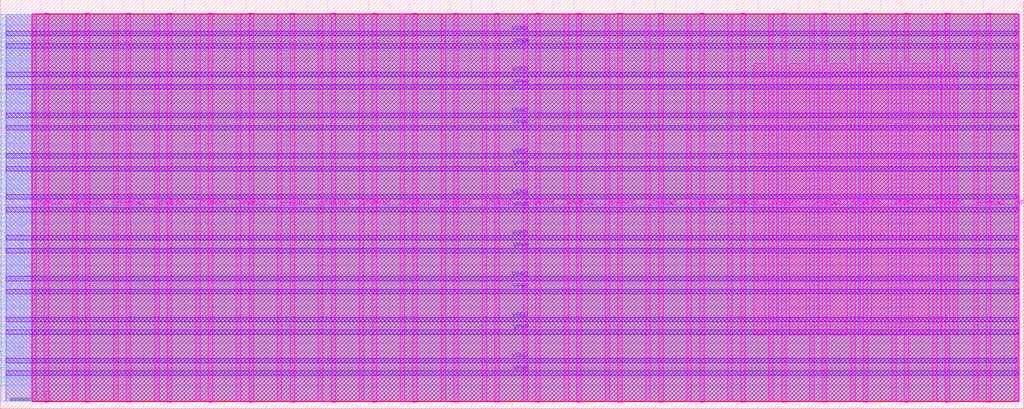
<source format=lef>
VERSION 5.7 ;
  NOWIREEXTENSIONATPIN ON ;
  DIVIDERCHAR "/" ;
  BUSBITCHARS "[]" ;
MACRO heichips25_pudding
  CLASS BLOCK ;
  FOREIGN heichips25_pudding ;
  ORIGIN 0.000 0.000 ;
  SIZE 500.000 BY 200.000 ;
  PIN VGND
    DIRECTION INOUT ;
    USE GROUND ;
    PORT
      LAYER TopMetal1 ;
        RECT 21.580 3.150 23.780 193.410 ;
    END
    PORT
      LAYER TopMetal1 ;
        RECT 41.580 3.150 43.780 193.410 ;
    END
    PORT
      LAYER TopMetal1 ;
        RECT 61.580 3.150 63.780 193.410 ;
    END
    PORT
      LAYER TopMetal1 ;
        RECT 81.580 3.150 83.780 193.410 ;
    END
    PORT
      LAYER TopMetal1 ;
        RECT 101.580 3.150 103.780 193.410 ;
    END
    PORT
      LAYER TopMetal1 ;
        RECT 121.580 3.150 123.780 193.410 ;
    END
    PORT
      LAYER TopMetal1 ;
        RECT 141.580 3.150 143.780 193.410 ;
    END
    PORT
      LAYER TopMetal1 ;
        RECT 161.580 3.150 163.780 193.410 ;
    END
    PORT
      LAYER TopMetal1 ;
        RECT 181.580 3.150 183.780 193.410 ;
    END
    PORT
      LAYER TopMetal1 ;
        RECT 201.580 3.150 203.780 193.410 ;
    END
    PORT
      LAYER TopMetal1 ;
        RECT 221.580 3.150 223.780 193.410 ;
    END
    PORT
      LAYER TopMetal1 ;
        RECT 241.580 3.150 243.780 193.410 ;
    END
    PORT
      LAYER TopMetal1 ;
        RECT 261.580 3.150 263.780 193.410 ;
    END
    PORT
      LAYER TopMetal1 ;
        RECT 281.580 3.150 283.780 193.410 ;
    END
    PORT
      LAYER TopMetal1 ;
        RECT 301.580 3.150 303.780 193.410 ;
    END
    PORT
      LAYER TopMetal1 ;
        RECT 321.580 3.150 323.780 193.410 ;
    END
    PORT
      LAYER TopMetal1 ;
        RECT 341.580 3.150 343.780 193.410 ;
    END
    PORT
      LAYER TopMetal1 ;
        RECT 361.580 3.150 363.780 193.410 ;
    END
    PORT
      LAYER TopMetal1 ;
        RECT 381.580 3.150 383.780 193.410 ;
    END
    PORT
      LAYER TopMetal1 ;
        RECT 401.580 3.150 403.780 193.410 ;
    END
    PORT
      LAYER TopMetal1 ;
        RECT 421.580 3.150 423.780 193.410 ;
    END
    PORT
      LAYER TopMetal1 ;
        RECT 441.580 3.150 443.780 193.410 ;
    END
    PORT
      LAYER TopMetal1 ;
        RECT 461.580 3.150 463.780 193.410 ;
    END
    PORT
      LAYER TopMetal1 ;
        RECT 481.580 3.150 483.780 193.410 ;
    END
    PORT
      LAYER TopMetal2 ;
        RECT 2.880 22.480 496.800 24.680 ;
    END
    PORT
      LAYER TopMetal2 ;
        RECT 2.880 42.480 496.800 44.680 ;
    END
    PORT
      LAYER TopMetal2 ;
        RECT 2.880 62.480 496.800 64.680 ;
    END
    PORT
      LAYER TopMetal2 ;
        RECT 2.880 82.480 496.800 84.680 ;
    END
    PORT
      LAYER TopMetal2 ;
        RECT 2.880 102.480 496.800 104.680 ;
    END
    PORT
      LAYER TopMetal2 ;
        RECT 2.880 122.480 496.800 124.680 ;
    END
    PORT
      LAYER TopMetal2 ;
        RECT 2.880 142.480 496.800 144.680 ;
    END
    PORT
      LAYER TopMetal2 ;
        RECT 2.880 162.480 496.800 164.680 ;
    END
    PORT
      LAYER TopMetal2 ;
        RECT 2.880 182.480 496.800 184.680 ;
    END
  END VGND
  PIN VPWR
    DIRECTION INOUT ;
    USE POWER ;
    PORT
      LAYER TopMetal1 ;
        RECT 15.380 3.560 17.580 193.000 ;
    END
    PORT
      LAYER TopMetal1 ;
        RECT 35.380 3.560 37.580 193.000 ;
    END
    PORT
      LAYER TopMetal1 ;
        RECT 55.380 3.560 57.580 193.000 ;
    END
    PORT
      LAYER TopMetal1 ;
        RECT 75.380 3.560 77.580 193.000 ;
    END
    PORT
      LAYER TopMetal1 ;
        RECT 95.380 3.560 97.580 193.000 ;
    END
    PORT
      LAYER TopMetal1 ;
        RECT 115.380 3.560 117.580 193.000 ;
    END
    PORT
      LAYER TopMetal1 ;
        RECT 135.380 3.560 137.580 193.000 ;
    END
    PORT
      LAYER TopMetal1 ;
        RECT 155.380 3.560 157.580 193.000 ;
    END
    PORT
      LAYER TopMetal1 ;
        RECT 175.380 3.560 177.580 193.000 ;
    END
    PORT
      LAYER TopMetal1 ;
        RECT 195.380 3.560 197.580 193.000 ;
    END
    PORT
      LAYER TopMetal1 ;
        RECT 215.380 3.560 217.580 193.000 ;
    END
    PORT
      LAYER TopMetal1 ;
        RECT 235.380 3.560 237.580 193.000 ;
    END
    PORT
      LAYER TopMetal1 ;
        RECT 255.380 3.560 257.580 193.000 ;
    END
    PORT
      LAYER TopMetal1 ;
        RECT 275.380 3.560 277.580 193.000 ;
    END
    PORT
      LAYER TopMetal1 ;
        RECT 295.380 3.560 297.580 193.000 ;
    END
    PORT
      LAYER TopMetal1 ;
        RECT 315.380 3.560 317.580 193.000 ;
    END
    PORT
      LAYER TopMetal1 ;
        RECT 335.380 3.560 337.580 193.000 ;
    END
    PORT
      LAYER TopMetal1 ;
        RECT 355.380 3.560 357.580 193.000 ;
    END
    PORT
      LAYER TopMetal1 ;
        RECT 375.380 3.560 377.580 193.000 ;
    END
    PORT
      LAYER TopMetal1 ;
        RECT 395.380 3.560 397.580 193.000 ;
    END
    PORT
      LAYER TopMetal1 ;
        RECT 415.380 3.560 417.580 193.000 ;
    END
    PORT
      LAYER TopMetal1 ;
        RECT 435.380 3.560 437.580 193.000 ;
    END
    PORT
      LAYER TopMetal1 ;
        RECT 455.380 3.560 457.580 193.000 ;
    END
    PORT
      LAYER TopMetal1 ;
        RECT 475.380 3.560 477.580 193.000 ;
    END
    PORT
      LAYER TopMetal1 ;
        RECT 495.380 3.560 497.580 193.000 ;
    END
    PORT
      LAYER TopMetal2 ;
        RECT 2.880 16.280 497.580 18.480 ;
    END
    PORT
      LAYER TopMetal2 ;
        RECT 2.880 36.280 497.580 38.480 ;
    END
    PORT
      LAYER TopMetal2 ;
        RECT 2.880 56.280 497.580 58.480 ;
    END
    PORT
      LAYER TopMetal2 ;
        RECT 2.880 76.280 497.580 78.480 ;
    END
    PORT
      LAYER TopMetal2 ;
        RECT 2.880 96.280 497.580 98.480 ;
    END
    PORT
      LAYER TopMetal2 ;
        RECT 2.880 116.280 497.580 118.480 ;
    END
    PORT
      LAYER TopMetal2 ;
        RECT 2.880 136.280 497.580 138.480 ;
    END
    PORT
      LAYER TopMetal2 ;
        RECT 2.880 156.280 497.580 158.480 ;
    END
    PORT
      LAYER TopMetal2 ;
        RECT 2.880 176.280 497.580 178.480 ;
    END
  END VPWR
  PIN clk
    DIRECTION INPUT ;
    USE SIGNAL ;
    PORT
      LAYER Metal3 ;
        RECT 0.000 183.340 0.400 183.740 ;
    END
  END clk
  PIN ena
    DIRECTION INPUT ;
    USE SIGNAL ;
    PORT
      LAYER Metal3 ;
        RECT 0.000 179.140 0.400 179.540 ;
    END
  END ena
  PIN rst_n
    DIRECTION INPUT ;
    USE SIGNAL ;
    PORT
      LAYER Metal3 ;
        RECT 0.000 187.540 0.400 187.940 ;
    END
  END rst_n
  PIN ui_in[0]
    DIRECTION INPUT ;
    USE SIGNAL ;
    ANTENNAGATEAREA 0.180700 ;
    PORT
      LAYER Metal3 ;
        RECT 0.000 111.940 0.400 112.340 ;
    END
  END ui_in[0]
  PIN ui_in[1]
    DIRECTION INPUT ;
    USE SIGNAL ;
    ANTENNAGATEAREA 0.180700 ;
    PORT
      LAYER Metal3 ;
        RECT 0.000 116.140 0.400 116.540 ;
    END
  END ui_in[1]
  PIN ui_in[2]
    DIRECTION INPUT ;
    USE SIGNAL ;
    ANTENNAGATEAREA 0.180700 ;
    PORT
      LAYER Metal3 ;
        RECT 0.000 120.340 0.400 120.740 ;
    END
  END ui_in[2]
  PIN ui_in[3]
    DIRECTION INPUT ;
    USE SIGNAL ;
    ANTENNAGATEAREA 0.180700 ;
    PORT
      LAYER Metal3 ;
        RECT 0.000 124.540 0.400 124.940 ;
    END
  END ui_in[3]
  PIN ui_in[4]
    DIRECTION INPUT ;
    USE SIGNAL ;
    PORT
      LAYER Metal3 ;
        RECT 0.000 128.740 0.400 129.140 ;
    END
  END ui_in[4]
  PIN ui_in[5]
    DIRECTION INPUT ;
    USE SIGNAL ;
    PORT
      LAYER Metal3 ;
        RECT 0.000 132.940 0.400 133.340 ;
    END
  END ui_in[5]
  PIN ui_in[6]
    DIRECTION INPUT ;
    USE SIGNAL ;
    PORT
      LAYER Metal3 ;
        RECT 0.000 137.140 0.400 137.540 ;
    END
  END ui_in[6]
  PIN ui_in[7]
    DIRECTION INPUT ;
    USE SIGNAL ;
    PORT
      LAYER Metal3 ;
        RECT 0.000 141.340 0.400 141.740 ;
    END
  END ui_in[7]
  PIN uio_in[0]
    DIRECTION INPUT ;
    USE SIGNAL ;
    PORT
      LAYER Metal3 ;
        RECT 0.000 145.540 0.400 145.940 ;
    END
  END uio_in[0]
  PIN uio_in[1]
    DIRECTION INPUT ;
    USE SIGNAL ;
    PORT
      LAYER Metal3 ;
        RECT 0.000 149.740 0.400 150.140 ;
    END
  END uio_in[1]
  PIN uio_in[2]
    DIRECTION INPUT ;
    USE SIGNAL ;
    PORT
      LAYER Metal3 ;
        RECT 0.000 153.940 0.400 154.340 ;
    END
  END uio_in[2]
  PIN uio_in[3]
    DIRECTION INPUT ;
    USE SIGNAL ;
    PORT
      LAYER Metal3 ;
        RECT 0.000 158.140 0.400 158.540 ;
    END
  END uio_in[3]
  PIN uio_in[4]
    DIRECTION INPUT ;
    USE SIGNAL ;
    PORT
      LAYER Metal3 ;
        RECT 0.000 162.340 0.400 162.740 ;
    END
  END uio_in[4]
  PIN uio_in[5]
    DIRECTION INPUT ;
    USE SIGNAL ;
    PORT
      LAYER Metal3 ;
        RECT 0.000 166.540 0.400 166.940 ;
    END
  END uio_in[5]
  PIN uio_in[6]
    DIRECTION INPUT ;
    USE SIGNAL ;
    PORT
      LAYER Metal3 ;
        RECT 0.000 170.740 0.400 171.140 ;
    END
  END uio_in[6]
  PIN uio_in[7]
    DIRECTION INPUT ;
    USE SIGNAL ;
    PORT
      LAYER Metal3 ;
        RECT 0.000 174.940 0.400 175.340 ;
    END
  END uio_in[7]
  PIN uio_oe[0]
    DIRECTION OUTPUT ;
    USE SIGNAL ;
    ANTENNADIFFAREA 0.392700 ;
    PORT
      LAYER Metal3 ;
        RECT 0.000 78.340 0.400 78.740 ;
    END
  END uio_oe[0]
  PIN uio_oe[1]
    DIRECTION OUTPUT ;
    USE SIGNAL ;
    ANTENNADIFFAREA 0.392700 ;
    PORT
      LAYER Metal3 ;
        RECT 0.000 82.540 0.400 82.940 ;
    END
  END uio_oe[1]
  PIN uio_oe[2]
    DIRECTION OUTPUT ;
    USE SIGNAL ;
    ANTENNADIFFAREA 0.392700 ;
    PORT
      LAYER Metal3 ;
        RECT 0.000 86.740 0.400 87.140 ;
    END
  END uio_oe[2]
  PIN uio_oe[3]
    DIRECTION OUTPUT ;
    USE SIGNAL ;
    ANTENNADIFFAREA 0.392700 ;
    PORT
      LAYER Metal3 ;
        RECT 0.000 90.940 0.400 91.340 ;
    END
  END uio_oe[3]
  PIN uio_oe[4]
    DIRECTION OUTPUT ;
    USE SIGNAL ;
    ANTENNADIFFAREA 0.392700 ;
    PORT
      LAYER Metal3 ;
        RECT 0.000 95.140 0.400 95.540 ;
    END
  END uio_oe[4]
  PIN uio_oe[5]
    DIRECTION OUTPUT ;
    USE SIGNAL ;
    ANTENNADIFFAREA 0.392700 ;
    PORT
      LAYER Metal3 ;
        RECT 0.000 99.340 0.400 99.740 ;
    END
  END uio_oe[5]
  PIN uio_oe[6]
    DIRECTION OUTPUT ;
    USE SIGNAL ;
    ANTENNADIFFAREA 0.392700 ;
    PORT
      LAYER Metal3 ;
        RECT 0.000 103.540 0.400 103.940 ;
    END
  END uio_oe[6]
  PIN uio_oe[7]
    DIRECTION OUTPUT ;
    USE SIGNAL ;
    ANTENNADIFFAREA 0.392700 ;
    PORT
      LAYER Metal3 ;
        RECT 0.000 107.740 0.400 108.140 ;
    END
  END uio_oe[7]
  PIN uio_out[0]
    DIRECTION OUTPUT ;
    USE SIGNAL ;
    ANTENNADIFFAREA 0.708600 ;
    PORT
      LAYER Metal3 ;
        RECT 0.000 44.740 0.400 45.140 ;
    END
  END uio_out[0]
  PIN uio_out[1]
    DIRECTION OUTPUT ;
    USE SIGNAL ;
    ANTENNADIFFAREA 0.708600 ;
    PORT
      LAYER Metal3 ;
        RECT 0.000 48.940 0.400 49.340 ;
    END
  END uio_out[1]
  PIN uio_out[2]
    DIRECTION OUTPUT ;
    USE SIGNAL ;
    ANTENNADIFFAREA 0.708600 ;
    PORT
      LAYER Metal3 ;
        RECT 0.000 53.140 0.400 53.540 ;
    END
  END uio_out[2]
  PIN uio_out[3]
    DIRECTION OUTPUT ;
    USE SIGNAL ;
    ANTENNADIFFAREA 0.708600 ;
    PORT
      LAYER Metal3 ;
        RECT 0.000 57.340 0.400 57.740 ;
    END
  END uio_out[3]
  PIN uio_out[4]
    DIRECTION OUTPUT ;
    USE SIGNAL ;
    ANTENNADIFFAREA 0.708600 ;
    PORT
      LAYER Metal3 ;
        RECT 0.000 61.540 0.400 61.940 ;
    END
  END uio_out[4]
  PIN uio_out[5]
    DIRECTION OUTPUT ;
    USE SIGNAL ;
    ANTENNADIFFAREA 0.708600 ;
    PORT
      LAYER Metal3 ;
        RECT 0.000 65.740 0.400 66.140 ;
    END
  END uio_out[5]
  PIN uio_out[6]
    DIRECTION OUTPUT ;
    USE SIGNAL ;
    ANTENNADIFFAREA 0.708600 ;
    PORT
      LAYER Metal3 ;
        RECT 0.000 69.940 0.400 70.340 ;
    END
  END uio_out[6]
  PIN uio_out[7]
    DIRECTION OUTPUT ;
    USE SIGNAL ;
    ANTENNADIFFAREA 0.708600 ;
    PORT
      LAYER Metal3 ;
        RECT 0.000 74.140 0.400 74.540 ;
    END
  END uio_out[7]
  PIN uo_out[0]
    DIRECTION OUTPUT ;
    USE SIGNAL ;
    ANTENNADIFFAREA 0.708600 ;
    PORT
      LAYER Metal3 ;
        RECT 0.000 11.140 0.400 11.540 ;
    END
  END uo_out[0]
  PIN uo_out[1]
    DIRECTION OUTPUT ;
    USE SIGNAL ;
    ANTENNADIFFAREA 0.708600 ;
    PORT
      LAYER Metal3 ;
        RECT 0.000 15.340 0.400 15.740 ;
    END
  END uo_out[1]
  PIN uo_out[2]
    DIRECTION OUTPUT ;
    USE SIGNAL ;
    ANTENNADIFFAREA 0.708600 ;
    PORT
      LAYER Metal3 ;
        RECT 0.000 19.540 0.400 19.940 ;
    END
  END uo_out[2]
  PIN uo_out[3]
    DIRECTION OUTPUT ;
    USE SIGNAL ;
    ANTENNADIFFAREA 0.708600 ;
    PORT
      LAYER Metal3 ;
        RECT 0.000 23.740 0.400 24.140 ;
    END
  END uo_out[3]
  PIN uo_out[4]
    DIRECTION OUTPUT ;
    USE SIGNAL ;
    ANTENNADIFFAREA 0.708600 ;
    PORT
      LAYER Metal3 ;
        RECT 0.000 27.940 0.400 28.340 ;
    END
  END uo_out[4]
  PIN uo_out[5]
    DIRECTION OUTPUT ;
    USE SIGNAL ;
    ANTENNADIFFAREA 0.708600 ;
    PORT
      LAYER Metal3 ;
        RECT 0.000 32.140 0.400 32.540 ;
    END
  END uo_out[5]
  PIN uo_out[6]
    DIRECTION OUTPUT ;
    USE SIGNAL ;
    ANTENNADIFFAREA 0.708600 ;
    PORT
      LAYER Metal3 ;
        RECT 0.000 36.340 0.400 36.740 ;
    END
  END uo_out[6]
  PIN uo_out[7]
    DIRECTION OUTPUT ;
    USE SIGNAL ;
    ANTENNADIFFAREA 0.708600 ;
    PORT
      LAYER Metal3 ;
        RECT 0.000 40.540 0.400 40.940 ;
    END
  END uo_out[7]
  OBS
      LAYER GatPoly ;
        RECT 2.880 3.630 496.800 192.930 ;
      LAYER Metal1 ;
        RECT 2.880 3.560 497.580 193.000 ;
      LAYER Metal2 ;
        RECT 2.775 3.635 497.400 192.925 ;
      LAYER Metal3 ;
        RECT 0.400 188.150 497.445 192.880 ;
        RECT 0.610 187.330 497.445 188.150 ;
        RECT 0.400 183.950 497.445 187.330 ;
        RECT 0.610 183.130 497.445 183.950 ;
        RECT 0.400 179.750 497.445 183.130 ;
        RECT 0.610 178.930 497.445 179.750 ;
        RECT 0.400 175.550 497.445 178.930 ;
        RECT 0.610 174.730 497.445 175.550 ;
        RECT 0.400 171.350 497.445 174.730 ;
        RECT 0.610 170.530 497.445 171.350 ;
        RECT 0.400 167.150 497.445 170.530 ;
        RECT 0.610 166.330 497.445 167.150 ;
        RECT 0.400 162.950 497.445 166.330 ;
        RECT 0.610 162.130 497.445 162.950 ;
        RECT 0.400 158.750 497.445 162.130 ;
        RECT 0.610 157.930 497.445 158.750 ;
        RECT 0.400 154.550 497.445 157.930 ;
        RECT 0.610 153.730 497.445 154.550 ;
        RECT 0.400 150.350 497.445 153.730 ;
        RECT 0.610 149.530 497.445 150.350 ;
        RECT 0.400 146.150 497.445 149.530 ;
        RECT 0.610 145.330 497.445 146.150 ;
        RECT 0.400 141.950 497.445 145.330 ;
        RECT 0.610 141.130 497.445 141.950 ;
        RECT 0.400 137.750 497.445 141.130 ;
        RECT 0.610 136.930 497.445 137.750 ;
        RECT 0.400 133.550 497.445 136.930 ;
        RECT 0.610 132.730 497.445 133.550 ;
        RECT 0.400 129.350 497.445 132.730 ;
        RECT 0.610 128.530 497.445 129.350 ;
        RECT 0.400 125.150 497.445 128.530 ;
        RECT 0.610 124.330 497.445 125.150 ;
        RECT 0.400 120.950 497.445 124.330 ;
        RECT 0.610 120.130 497.445 120.950 ;
        RECT 0.400 116.750 497.445 120.130 ;
        RECT 0.610 115.930 497.445 116.750 ;
        RECT 0.400 112.550 497.445 115.930 ;
        RECT 0.610 111.730 497.445 112.550 ;
        RECT 0.400 108.350 497.445 111.730 ;
        RECT 0.610 107.530 497.445 108.350 ;
        RECT 0.400 104.150 497.445 107.530 ;
        RECT 0.610 103.330 497.445 104.150 ;
        RECT 0.400 99.950 497.445 103.330 ;
        RECT 0.610 99.130 497.445 99.950 ;
        RECT 0.400 95.750 497.445 99.130 ;
        RECT 0.610 94.930 497.445 95.750 ;
        RECT 0.400 91.550 497.445 94.930 ;
        RECT 0.610 90.730 497.445 91.550 ;
        RECT 0.400 87.350 497.445 90.730 ;
        RECT 0.610 86.530 497.445 87.350 ;
        RECT 0.400 83.150 497.445 86.530 ;
        RECT 0.610 82.330 497.445 83.150 ;
        RECT 0.400 78.950 497.445 82.330 ;
        RECT 0.610 78.130 497.445 78.950 ;
        RECT 0.400 74.750 497.445 78.130 ;
        RECT 0.610 73.930 497.445 74.750 ;
        RECT 0.400 70.550 497.445 73.930 ;
        RECT 0.610 69.730 497.445 70.550 ;
        RECT 0.400 66.350 497.445 69.730 ;
        RECT 0.610 65.530 497.445 66.350 ;
        RECT 0.400 62.150 497.445 65.530 ;
        RECT 0.610 61.330 497.445 62.150 ;
        RECT 0.400 57.950 497.445 61.330 ;
        RECT 0.610 57.130 497.445 57.950 ;
        RECT 0.400 53.750 497.445 57.130 ;
        RECT 0.610 52.930 497.445 53.750 ;
        RECT 0.400 49.550 497.445 52.930 ;
        RECT 0.610 48.730 497.445 49.550 ;
        RECT 0.400 45.350 497.445 48.730 ;
        RECT 0.610 44.530 497.445 45.350 ;
        RECT 0.400 41.150 497.445 44.530 ;
        RECT 0.610 40.330 497.445 41.150 ;
        RECT 0.400 36.950 497.445 40.330 ;
        RECT 0.610 36.130 497.445 36.950 ;
        RECT 0.400 32.750 497.445 36.130 ;
        RECT 0.610 31.930 497.445 32.750 ;
        RECT 0.400 28.550 497.445 31.930 ;
        RECT 0.610 27.730 497.445 28.550 ;
        RECT 0.400 24.350 497.445 27.730 ;
        RECT 0.610 23.530 497.445 24.350 ;
        RECT 0.400 20.150 497.445 23.530 ;
        RECT 0.610 19.330 497.445 20.150 ;
        RECT 0.400 15.950 497.445 19.330 ;
        RECT 0.610 15.130 497.445 15.950 ;
        RECT 0.400 11.750 497.445 15.130 ;
        RECT 0.610 10.930 497.445 11.750 ;
        RECT 0.400 3.680 497.445 10.930 ;
      LAYER Metal4 ;
        RECT 15.560 3.635 497.400 192.925 ;
      LAYER Metal5 ;
        RECT 15.515 3.470 497.445 193.090 ;
      LAYER TopMetal1 ;
        RECT 367.900 36.140 373.740 168.820 ;
        RECT 379.220 36.140 379.940 168.820 ;
        RECT 385.420 36.140 393.740 168.820 ;
        RECT 399.220 36.140 399.940 168.820 ;
        RECT 405.420 36.140 413.740 168.820 ;
        RECT 419.220 36.140 419.940 168.820 ;
        RECT 425.420 36.140 433.740 168.820 ;
        RECT 439.220 36.140 439.940 168.820 ;
        RECT 445.420 36.140 453.740 168.820 ;
        RECT 459.220 36.140 459.940 168.820 ;
        RECT 465.420 36.140 467.580 168.820 ;
  END
END heichips25_pudding
END LIBRARY


</source>
